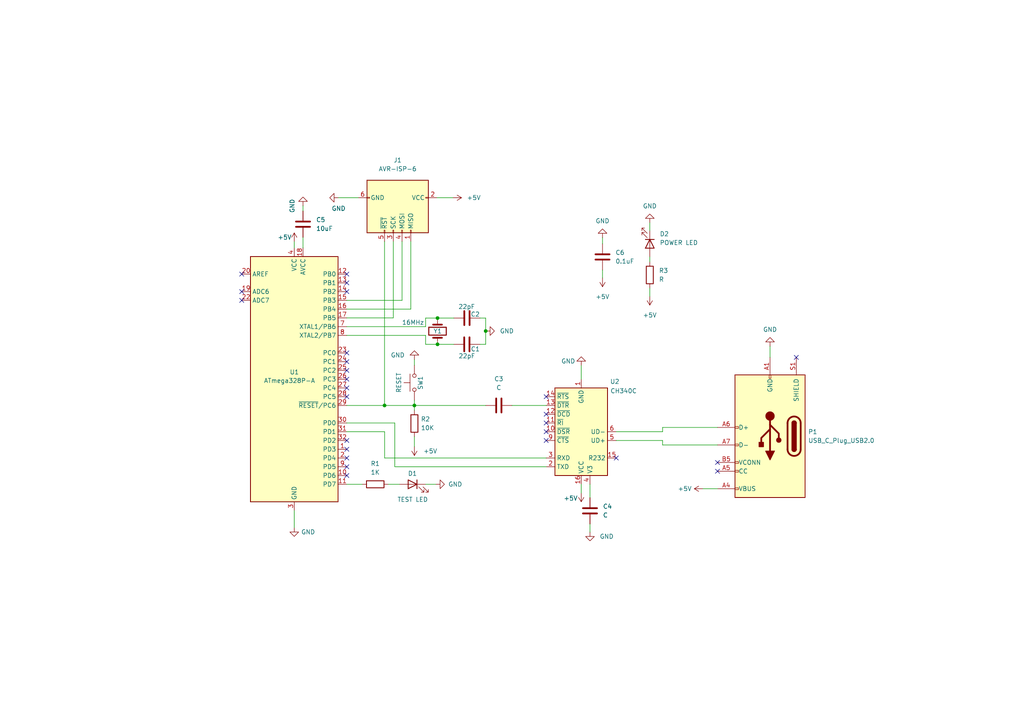
<source format=kicad_sch>
(kicad_sch (version 20211123) (generator eeschema)
  (paper "A4")
  (title_block (title "ATmega328P TQFP with CH340") (company "Nicola Strappazzon C."))
  (lib_symbols
    (symbol "Connector:AVR-ISP-6" (pin_names (offset 1.016))
      (property "Reference" "J" (at -6.35 11.43 0))
      (property "Value" "AVR-ISP-6" (at 0 11.43 0))
      (symbol "AVR-ISP-6_0_1"
        (rectangle (start -2.667 -6.858) (end -2.413 -7.62))
        (rectangle (start -2.667 10.16) (end -2.413 9.398))
        (rectangle (start 7.62 -2.413) (end 6.858 -2.667))
        (rectangle (start 7.62 0.127) (end 6.858 -0.127))
        (rectangle (start 7.62 2.667) (end 6.858 2.413))
        (rectangle (start 7.62 5.207) (end 6.858 4.953))
        (rectangle (start 7.62 10.16) (end -7.62 -7.62) (stroke (width 0.254)) (fill (type background)))
      )
      (symbol "AVR-ISP-6_1_1"
        (pin passive line (at 10.16 5.08 180) (length 2.54) (name "MISO") (number "1"))
        (pin passive line (at -2.54 12.7 270) (length 2.54) (name "VCC") (number "2"))
        (pin passive line (at 10.16 0 180) (length 2.54) (name "SCK") (number "3"))
        (pin passive line (at 10.16 2.54 180) (length 2.54) (name "MOSI") (number "4"))
        (pin passive line (at 10.16 -2.54 180) (length 2.54) (name "~{RST}") (number "5"))
        (pin passive line (at -2.54 -10.16 90) (length 2.54) (name "GND") (number "6"))
      )
    )
    (symbol "Connector:USB_C_Plug_USB2.0" (pin_names (offset 1.016))
      (property "Reference" "P" (at -10.16 19.05 0))
      (property "Value" "USB_C_Plug_USB2.0" (at 12.7 19.05 0))
      (symbol "USB_C_Plug_USB2.0_0_0"
        (rectangle (start -0.254 -17.78) (end 0.254 -16.764))
        (rectangle (start 10.16 -2.286) (end 9.144 -2.794))
        (rectangle (start 10.16 2.794) (end 9.144 2.286))
        (rectangle (start 10.16 7.874) (end 9.144 7.366))
        (rectangle (start 10.16 10.414) (end 9.144 9.906))
        (rectangle (start 10.16 15.494) (end 9.144 14.986))
      )
      (symbol "USB_C_Plug_USB2.0_0_1"
        (rectangle (start -10.16 17.78) (end 10.16 -17.78) (stroke (width 0.254)) (fill (type background)))
        (arc (start -8.89 -3.81) (mid -6.985 -5.715) (end -5.08 -3.81) (stroke (width 0.508)))
        (arc (start -7.62 -3.81) (mid -6.985 -4.445) (end -6.35 -3.81) (stroke (width 0.254)))
        (arc (start -7.62 -3.81) (mid -6.985 -4.445) (end -6.35 -3.81) (stroke (width 0.254)) (fill (type outline)))
        (rectangle (start -7.62 -3.81) (end -6.35 3.81) (stroke (width 0.254)) (fill (type outline)))
        (arc (start -6.35 3.81) (mid -6.985 4.445) (end -7.62 3.81) (stroke (width 0.254)))
        (arc (start -6.35 3.81) (mid -6.985 4.445) (end -7.62 3.81) (stroke (width 0.254)) (fill (type outline)))
        (arc (start -5.08 3.81) (mid -6.985 5.715) (end -8.89 3.81) (stroke (width 0.508)))
        (circle (center -2.54 1.143) (radius 0.635) (stroke (width 0.254)) (fill (type outline)))
        (circle (center 0 -5.842) (radius 1.27) (fill (type outline)))
        (polyline (pts (xy -8.89 -3.81) (xy -8.89 3.81)) (stroke (width 0.508)))
        (polyline (pts (xy -5.08 3.81) (xy -5.08 -3.81)) (stroke (width 0.508)))
        (polyline (pts (xy 0 -5.842) (xy 0 4.318)) (stroke (width 0.508)))
        (polyline (pts (xy 0 -3.302) (xy -2.54 -0.762) (xy -2.54 0.508)) (stroke (width 0.508)))
        (polyline (pts (xy 0 -2.032) (xy 2.54 0.508) (xy 2.54 1.778)) (stroke (width 0.508)))
        (polyline (pts (xy -1.27 4.318) (xy 0 6.858) (xy 1.27 4.318) (xy -1.27 4.318)) (stroke (width 0.254)) (fill (type outline)))
        (rectangle (start 1.905 1.778) (end 3.175 3.048) (stroke (width 0.254)) (fill (type outline)))
      )
      (symbol "USB_C_Plug_USB2.0_1_1"
        (pin passive line (at 0 -22.86 90) (length 5.08) (name "GND") (number "A1"))
        (pin passive line (at 0 -22.86 90) (length 5.08) hide (name "GND") (number "A12"))
        (pin passive line (at 15.24 15.24 180) (length 5.08) (name "VBUS") (number "A4"))
        (pin bidirectional line (at 15.24 10.16 180) (length 5.08) (name "CC") (number "A5"))
        (pin bidirectional line (at 15.24 -2.54 180) (length 5.08) (name "D+") (number "A6"))
        (pin bidirectional line (at 15.24 2.54 180) (length 5.08) (name "D-") (number "A7"))
        (pin passive line (at 15.24 15.24 180) (length 5.08) hide (name "VBUS") (number "A9"))
        (pin passive line (at 0 -22.86 90) (length 5.08) hide (name "GND") (number "B1"))
        (pin passive line (at 0 -22.86 90) (length 5.08) hide (name "GND") (number "B12"))
        (pin passive line (at 15.24 15.24 180) (length 5.08) hide (name "VBUS") (number "B4"))
        (pin bidirectional line (at 15.24 7.62 180) (length 5.08) (name "VCONN") (number "B5"))
        (pin passive line (at 15.24 15.24 180) (length 5.08) hide (name "VBUS") (number "B9"))
        (pin passive line (at -7.62 -22.86 90) (length 5.08) (name "SHIELD") (number "S1"))
      )
    )
    (symbol "Device:C" (pin_numbers hide) (pin_names (offset 0.254))
      (property "Reference" "C" (at 0.635 2.54 0))
      (property "Value" "C" (at 0.635 -2.54 0))
      (symbol "C_0_1"
        (polyline (pts (xy -2.032 -0.762) (xy 2.032 -0.762)) (stroke (width 0.508)))
        (polyline (pts (xy -2.032 0.762) (xy 2.032 0.762)) (stroke (width 0.508)))
      )
      (symbol "C_1_1"
        (pin passive line (at 0 3.81 270) (length 2.794) (name "~") (number "1"))
        (pin passive line (at 0 -3.81 90) (length 2.794) (name "~") (number "2"))
      )
    )
    (symbol "Device:Crystal" (pin_numbers hide) (pin_names (offset 1.016) hide)
      (property "Reference" "Y" (at 0 3.81 0))
      (property "Value" "Crystal" (at 0 -3.81 0))
      (symbol "Crystal_0_1"
        (rectangle (start -1.143 2.54) (end 1.143 -2.54) (stroke (width 0.3048)))
        (polyline (pts (xy -2.54 0) (xy -1.905 0)))
        (polyline (pts (xy -1.905 -1.27) (xy -1.905 1.27)) (stroke (width 0.508)))
        (polyline (pts (xy 1.905 -1.27) (xy 1.905 1.27)) (stroke (width 0.508)))
        (polyline (pts (xy 2.54 0) (xy 1.905 0)))
      )
      (symbol "Crystal_1_1"
        (pin passive line (at -3.81 0 0) (length 1.27) (name "1") (number "1"))
        (pin passive line (at 3.81 0 180) (length 1.27) (name "2") (number "2"))
      )
    )
    (symbol "Device:LED" (pin_numbers hide) (pin_names (offset 1.016) hide)
      (property "Reference" "D" (at 0 2.54 0))
      (property "Value" "LED" (at 0 -2.54 0))
      (symbol "LED_0_1"
        (polyline (pts (xy -1.27 -1.27) (xy -1.27 1.27)) (stroke (width 0.254)))
        (polyline (pts (xy -1.27 0) (xy 1.27 0)))
        (polyline (pts (xy 1.27 -1.27) (xy 1.27 1.27) (xy -1.27 0) (xy 1.27 -1.27)) (stroke (width 0.254)))
        (polyline (pts (xy -3.048 -0.762) (xy -4.572 -2.286) (xy -3.81 -2.286) (xy -4.572 -2.286) (xy -4.572 -1.524)))
        (polyline (pts (xy -1.778 -0.762) (xy -3.302 -2.286) (xy -2.54 -2.286) (xy -3.302 -2.286) (xy -3.302 -1.524)))
      )
      (symbol "LED_1_1"
        (pin passive line (at -3.81 0 0) (length 2.54) (name "K") (number "1"))
        (pin passive line (at 3.81 0 180) (length 2.54) (name "A") (number "2"))
      )
    )
    (symbol "Device:R" (pin_numbers hide) (pin_names (offset 0))
      (property "Reference" "R" (at 2.032 0 90))
      (property "Value" "R" (at 0 0 90))
      (symbol "R_0_1"
        (rectangle (start -1.016 -2.54) (end 1.016 2.54) (stroke (width 0.254)))
      )
      (symbol "R_1_1"
        (pin passive line (at 0 3.81 270) (length 1.27) (name "~") (number "1"))
        (pin passive line (at 0 -3.81 90) (length 1.27) (name "~") (number "2"))
      )
    )
    (symbol "Interface_USB:CH340C"
      (property "Reference" "U" (at -5.08 13.97 0))
      (property "Value" "CH340C" (at 1.27 13.97 0))
      (symbol "CH340C_0_1"
        (rectangle (start -7.62 12.7) (end 7.62 -12.7) (stroke (width 0.254)) (fill (type background)))
      )
      (symbol "CH340C_1_1"
        (pin power_in line (at 0 -15.24 90) (length 2.54) (name "GND") (number "1"))
        (pin input line (at 10.16 0 180) (length 2.54) (name "~{DSR}") (number "10"))
        (pin input line (at 10.16 -2.54 180) (length 2.54) (name "~{RI}") (number "11"))
        (pin input line (at 10.16 -5.08 180) (length 2.54) (name "~{DCD}") (number "12"))
        (pin output line (at 10.16 -7.62 180) (length 2.54) (name "~{DTR}") (number "13"))
        (pin output line (at 10.16 -10.16 180) (length 2.54) (name "~{RTS}") (number "14"))
        (pin input line (at -10.16 7.62 0) (length 2.54) (name "R232") (number "15"))
        (pin power_in line (at 0 15.24 270) (length 2.54) (name "VCC") (number "16"))
        (pin output line (at 10.16 10.16 180) (length 2.54) (name "TXD") (number "2"))
        (pin input line (at 10.16 7.62 180) (length 2.54) (name "RXD") (number "3"))
        (pin passive line (at -2.54 15.24 270) (length 2.54) (name "V3") (number "4"))
        (pin bidirectional line (at -10.16 2.54 0) (length 2.54) (name "UD+") (number "5"))
        (pin bidirectional line (at -10.16 0 0) (length 2.54) (name "UD-") (number "6"))
        (pin no_connect line (at -7.62 -7.62 0) (length 2.54) hide (name "NC") (number "7"))
        (pin no_connect line (at -7.62 -10.16 0) (length 2.54) hide (name "NC") (number "8"))
        (pin input line (at 10.16 2.54 180) (length 2.54) (name "~{CTS}") (number "9"))
      )
    )
    (symbol "MCU_Microchip_ATmega:ATmega328P-A"
      (property "Reference" "U" (at -12.7 36.83 0))
      (property "Value" "ATmega328P-A" (at 2.54 -36.83 0))
      (symbol "ATmega328P-A_0_1"
        (rectangle (start -12.7 -35.56) (end 12.7 35.56) (stroke (width 0.254)) (fill (type background)))
      )
      (symbol "ATmega328P-A_1_1"
        (pin bidirectional line (at 15.24 -20.32 180) (length 2.54) (name "PD3") (number "1"))
        (pin bidirectional line (at 15.24 -27.94 180) (length 2.54) (name "PD6") (number "10"))
        (pin bidirectional line (at 15.24 -30.48 180) (length 2.54) (name "PD7") (number "11"))
        (pin bidirectional line (at 15.24 30.48 180) (length 2.54) (name "PB0") (number "12"))
        (pin bidirectional line (at 15.24 27.94 180) (length 2.54) (name "PB1") (number "13"))
        (pin bidirectional line (at 15.24 25.4 180) (length 2.54) (name "PB2") (number "14"))
        (pin bidirectional line (at 15.24 22.86 180) (length 2.54) (name "PB3") (number "15"))
        (pin bidirectional line (at 15.24 20.32 180) (length 2.54) (name "PB4") (number "16"))
        (pin bidirectional line (at 15.24 17.78 180) (length 2.54) (name "PB5") (number "17"))
        (pin power_in line (at 2.54 38.1 270) (length 2.54) (name "AVCC") (number "18"))
        (pin input line (at -15.24 25.4 0) (length 2.54) (name "ADC6") (number "19"))
        (pin bidirectional line (at 15.24 -22.86 180) (length 2.54) (name "PD4") (number "2"))
        (pin passive line (at -15.24 30.48 0) (length 2.54) (name "AREF") (number "20"))
        (pin passive line (at 0 -38.1 90) (length 2.54) hide (name "GND") (number "21"))
        (pin input line (at -15.24 22.86 0) (length 2.54) (name "ADC7") (number "22"))
        (pin bidirectional line (at 15.24 7.62 180) (length 2.54) (name "PC0") (number "23"))
        (pin bidirectional line (at 15.24 5.08 180) (length 2.54) (name "PC1") (number "24"))
        (pin bidirectional line (at 15.24 2.54 180) (length 2.54) (name "PC2") (number "25"))
        (pin bidirectional line (at 15.24 0 180) (length 2.54) (name "PC3") (number "26"))
        (pin bidirectional line (at 15.24 -2.54 180) (length 2.54) (name "PC4") (number "27"))
        (pin bidirectional line (at 15.24 -5.08 180) (length 2.54) (name "PC5") (number "28"))
        (pin bidirectional line (at 15.24 -7.62 180) (length 2.54) (name "~{RESET}/PC6") (number "29"))
        (pin power_in line (at 0 -38.1 90) (length 2.54) (name "GND") (number "3"))
        (pin bidirectional line (at 15.24 -12.7 180) (length 2.54) (name "PD0") (number "30"))
        (pin bidirectional line (at 15.24 -15.24 180) (length 2.54) (name "PD1") (number "31"))
        (pin bidirectional line (at 15.24 -17.78 180) (length 2.54) (name "PD2") (number "32"))
        (pin power_in line (at 0 38.1 270) (length 2.54) (name "VCC") (number "4"))
        (pin passive line (at 0 -38.1 90) (length 2.54) hide (name "GND") (number "5"))
        (pin passive line (at 0 38.1 270) (length 2.54) hide (name "VCC") (number "6"))
        (pin bidirectional line (at 15.24 15.24 180) (length 2.54) (name "XTAL1/PB6") (number "7"))
        (pin bidirectional line (at 15.24 12.7 180) (length 2.54) (name "XTAL2/PB7") (number "8"))
        (pin bidirectional line (at 15.24 -25.4 180) (length 2.54) (name "PD5") (number "9"))
      )
    )
    (symbol "Switch:SW_Push" (pin_numbers hide) (pin_names (offset 1.016) hide)
      (property "Reference" "SW" (at 1.27 2.54 0))
      (property "Value" "SW_Push" (at 0 -1.524 0))
      (symbol "SW_Push_0_1"
        (circle (center -2.032 0) (radius 0.508))
        (polyline (pts (xy 0 1.27) (xy 0 3.048)))
        (polyline (pts (xy 2.54 1.27) (xy -2.54 1.27)))
        (circle (center 2.032 0) (radius 0.508))
        (pin passive line (at -5.08 0 0) (length 2.54) (name "1") (number "1"))
        (pin passive line (at 5.08 0 180) (length 2.54) (name "2") (number "2"))
      )
    )
    (symbol "power:+5V" (power) (pin_names (offset 0))
      (property "Value" "+5V" (at 0 3.556 0))
      (symbol "+5V_0_1"
        (polyline (pts (xy -0.762 1.27) (xy 0 2.54)))
        (polyline (pts (xy 0 0) (xy 0 2.54)))
        (polyline (pts (xy 0 2.54) (xy 0.762 1.27)))
      )
      (symbol "+5V_1_1"
        (pin power_in line (at 0 0 90) (length 0) hide (name "+5V") (number "1"))
      )
    )
    (symbol "power:GND" (power) (pin_names (offset 0))
      (property "Value" "GND" (at 0 -3.81 0))
      (symbol "GND_0_1"
        (polyline (pts (xy 0 0) (xy 0 -1.27) (xy 1.27 -1.27) (xy 0 -2.54) (xy -1.27 -1.27) (xy 0 -1.27)))
      )
      (symbol "GND_1_1"
        (pin power_in line (at 0 0 270) (length 0) hide (name "GND") (number "1"))
      )
    )
  )
  (junction (at 120.1928 117.602))
  (junction (at 140.8684 96.012))
  (junction (at 126.8984 99.8728))
  (junction (at 111.5314 117.602))
  (junction (at 126.8984 92.2528))
  (no_connect (at 158.4198 122.682))
  (no_connect (at 158.4198 125.222))
  (no_connect (at 100.584 102.362))
  (no_connect (at 158.4198 120.142))
  (no_connect (at 100.584 107.442))
  (no_connect (at 70.104 79.502))
  (no_connect (at 100.584 137.922))
  (no_connect (at 100.584 82.042))
  (no_connect (at 178.7398 132.842))
  (no_connect (at 70.104 87.122))
  (no_connect (at 208.1022 136.6774))
  (no_connect (at 100.584 127.762))
  (no_connect (at 230.9622 103.6574))
  (no_connect (at 100.584 112.522))
  (no_connect (at 100.584 130.302))
  (no_connect (at 158.4198 127.762))
  (no_connect (at 100.584 109.982))
  (no_connect (at 100.584 79.502))
  (no_connect (at 100.584 115.062))
  (no_connect (at 100.584 84.582))
  (no_connect (at 100.584 132.842))
  (no_connect (at 100.584 135.382))
  (no_connect (at 70.104 84.582))
  (no_connect (at 158.4198 115.062))
  (no_connect (at 100.584 104.902))
  (no_connect (at 208.1022 134.1374))
  (wire (pts (xy 119.1514 70.0532) (xy 119.1514 89.662)))
  (wire (pts (xy 192.1764 125.222) (xy 192.1764 123.9774)))
  (wire (pts (xy 116.6114 70.0532) (xy 116.6114 87.122)))
  (wire (pts (xy 148.4884 117.602) (xy 158.4198 117.602)))
  (wire (pts (xy 123.444 99.8728) (xy 126.8984 99.8728)))
  (wire (pts (xy 100.584 97.282) (xy 123.444 97.282)))
  (wire (pts (xy 100.584 122.682) (xy 114.5032 122.682)))
  (wire (pts (xy 100.584 140.462) (xy 105.029 140.462)))
  (wire (pts (xy 111.5314 117.602) (xy 100.584 117.602)))
  (wire (pts (xy 123.444 97.282) (xy 123.444 99.8728)))
  (wire (pts (xy 100.584 94.742) (xy 123.444 94.742)))
  (wire (pts (xy 111.5314 117.602) (xy 120.1928 117.602)))
  (wire (pts (xy 123.4694 140.462) (xy 126.365 140.462)))
  (wire (pts (xy 171.1198 140.462) (xy 171.1198 144.3482)))
  (wire (pts (xy 126.8984 92.2528) (xy 131.6228 92.2528)))
  (wire (pts (xy 111.5568 125.222) (xy 100.584 125.222)))
  (wire (pts (xy 140.8684 96.012) (xy 140.8684 99.8728)))
  (wire (pts (xy 192.1764 127.762) (xy 192.1764 129.0574)))
  (wire (pts (xy 178.7398 125.222) (xy 192.1764 125.222)))
  (wire (pts (xy 192.1764 123.9774) (xy 208.1022 123.9774)))
  (wire (pts (xy 114.5032 135.382) (xy 114.5032 122.682)))
  (wire (pts (xy 87.884 59.69) (xy 87.884 61.214)))
  (wire (pts (xy 114.0714 92.202) (xy 100.584 92.202)))
  (wire (pts (xy 112.649 140.462) (xy 115.8494 140.462)))
  (wire (pts (xy 158.4198 135.382) (xy 114.5032 135.382)))
  (wire (pts (xy 188.468 64.6176) (xy 188.468 66.9036)))
  (wire (pts (xy 203.9112 141.7574) (xy 208.1022 141.7574)))
  (wire (pts (xy 168.5798 106.0196) (xy 168.5798 109.982)))
  (wire (pts (xy 178.7398 127.762) (xy 192.1764 127.762)))
  (wire (pts (xy 192.1764 129.0574) (xy 208.1022 129.0574)))
  (wire (pts (xy 116.6114 87.122) (xy 100.584 87.122)))
  (wire (pts (xy 158.4198 132.842) (xy 111.5568 132.842)))
  (wire (pts (xy 87.884 68.834) (xy 87.884 71.882)))
  (wire (pts (xy 123.444 92.2528) (xy 126.8984 92.2528)))
  (wire (pts (xy 120.1928 117.602) (xy 120.1928 119.0244)))
  (wire (pts (xy 140.8684 99.8728) (xy 139.2174 99.8728)))
  (wire (pts (xy 120.1928 126.6444) (xy 120.1928 129.5654)))
  (wire (pts (xy 119.1514 89.662) (xy 100.584 89.662)))
  (wire (pts (xy 85.344 70.104) (xy 85.344 71.882)))
  (wire (pts (xy 123.444 94.742) (xy 123.444 92.2528)))
  (wire (pts (xy 171.1198 151.9682) (xy 171.1198 154.3304)))
  (wire (pts (xy 168.5798 140.462) (xy 168.5798 143.002)))
  (wire (pts (xy 223.3422 100.4316) (xy 223.3422 103.6574)))
  (wire (pts (xy 140.8684 92.2528) (xy 140.8684 96.012)))
  (wire (pts (xy 111.5568 132.842) (xy 111.5568 125.222)))
  (wire (pts (xy 98.171 57.3532) (xy 103.9114 57.3532)))
  (wire (pts (xy 85.344 148.082) (xy 85.344 153.035)))
  (wire (pts (xy 120.1928 116.078) (xy 120.1928 117.602)))
  (wire (pts (xy 188.468 83.566) (xy 188.468 85.9536)))
  (wire (pts (xy 114.0714 70.0532) (xy 114.0714 92.202)))
  (wire (pts (xy 188.468 74.5236) (xy 188.468 75.946)))
  (wire (pts (xy 139.2428 92.2528) (xy 140.8684 92.2528)))
  (wire (pts (xy 111.5314 70.0532) (xy 111.5314 117.602)))
  (wire (pts (xy 174.752 78.3336) (xy 174.752 80.6196)))
  (wire (pts (xy 120.1928 117.602) (xy 140.8684 117.602)))
  (wire (pts (xy 120.1928 105.918) (xy 120.1928 104.267)))
  (wire (pts (xy 126.7714 57.3532) (xy 131.318 57.3532)))
  (wire (pts (xy 126.8984 99.8728) (xy 131.5974 99.8728)))
  (wire (pts (xy 174.752 68.9356) (xy 174.752 70.7136)))
  (symbol (lib_id "Device:LED") (at 119.6594 140.462 0) (mirror y) (unit 1)
    (property "Reference" "D1" (at 119.634 137.3378 0))
    (property "Value" "TEST LED" (at 119.6848 144.8816 0))
  )
  (symbol (lib_id "power:GND") (at 120.1928 104.267 180) (unit 1)
    (property "Reference" "#PWR04" (effects hide))
    (property "Value" "GND" (at 117.3988 102.9971 0) (effects (justify left)))
  )
  (symbol (lib_id "power:GND") (at 171.1198 154.3304 0) (unit 1)
    (property "Reference" "#PWR012" (effects hide))
    (property "Value" "GND" (at 173.9138 155.6003 0) (effects (justify left)))
  )
  (symbol (lib_id "MCU_Microchip_ATmega:ATmega328P-A") (at 85.344 109.982 0) (unit 1)
    (property "Reference" "U1" (at 83.9978 107.9246 0) (effects (justify left)))
    (property "Value" "ATmega328P-A" (at 76.5048 110.4138 0) (effects (justify left)))
    (property "Footprint" "Package_QFP:TQFP-32_7x7mm_P0.8mm" (effects hide))
    (property "Datasheet" "http://ww1.microchip.com/downloads/en/DeviceDoc/ATmega328_P%20AVR%20MCU%20with%20picoPower%20Technology%20Data%20Sheet%2040001984A.pdf" (effects hide))
  )
  (symbol (lib_id "power:GND") (at 140.8684 96.012 90) (unit 1)
    (property "Reference" "#PWR08" (effects hide))
    (property "Value" "GND" (at 144.9578 96.0119 90) (effects (justify right)))
  )
  (symbol (lib_id "power:+5V") (at 203.9112 141.7574 90) (unit 1)
    (property "Reference" "#PWR013" (effects hide))
    (property "Value" "+5V" (at 200.66 141.7573 90) (effects (justify left)))
  )
  (symbol (lib_id "Device:C") (at 144.6784 117.602 90) (unit 1)
    (property "Reference" "C3" (at 144.6784 109.9058 90))
    (property "Value" "C" (at 144.6784 112.4458 90))
  )
  (symbol (lib_id "power:GND") (at 98.171 57.3532 270) (unit 1)
    (property "Reference" "#PWR03" (effects hide))
    (property "Value" "GND" (at 96.1644 60.4774 90) (effects (justify left)))
  )
  (symbol (lib_id "power:+5V") (at 188.468 85.9536 180) (unit 1)
    (property "Reference" "#PWR018" (effects hide))
    (property "Value" "+5V" (at 188.468 91.4146 0))
  )
  (symbol (lib_id "Device:R") (at 120.1928 122.8344 0) (unit 1)
    (property "Reference" "R2" (at 122.047 121.5643 0) (effects (justify left)))
    (property "Value" "10K" (at 122.047 124.1043 0) (effects (justify left)))
  )
  (symbol (lib_id "power:GND") (at 223.3422 100.4316 180) (unit 1)
    (property "Reference" "#PWR014" (effects hide))
    (property "Value" "GND" (at 223.3422 95.5802 0))
  )
  (symbol (lib_id "Switch:SW_Push") (at 120.1928 110.998 90) (unit 1)
    (property "Reference" "SW1" (at 121.9454 111.0488 0))
    (property "Value" "RESET" (at 115.6716 110.9726 0))
  )
  (symbol (lib_id "Device:C") (at 135.4074 99.8728 270) (unit 1)
    (property "Reference" "C1" (at 137.8712 101.2444 90))
    (property "Value" "22pF" (at 135.4074 103.251 90))
  )
  (symbol (lib_id "Device:C") (at 87.884 65.024 180) (unit 1)
    (property "Reference" "C5" (at 91.6686 63.7539 0) (effects (justify right)))
    (property "Value" "10uF" (at 91.6686 66.2939 0) (effects (justify right)))
  )
  (symbol (lib_id "power:GND") (at 168.5798 106.0196 180) (unit 1)
    (property "Reference" "#PWR010" (effects hide))
    (property "Value" "GND" (at 162.7632 104.7496 0) (effects (justify right)))
  )
  (symbol (lib_id "Connector:USB_C_Plug_USB2.0") (at 223.3422 126.5174 180) (unit 1)
    (property "Reference" "P1" (at 234.3912 125.2473 0) (effects (justify right)))
    (property "Value" "USB_C_Plug_USB2.0" (at 234.3912 127.7873 0) (effects (justify right)))
    (property "Datasheet" "https://www.usb.org/sites/default/files/documents/usb_type-c.zip" (effects hide))
  )
  (symbol (lib_id "power:GND") (at 87.884 59.69 180) (unit 1)
    (property "Reference" "#PWR016" (effects hide))
    (property "Value" "GND" (at 84.7598 57.6834 90) (effects (justify left)))
  )
  (symbol (lib_id "power:+5V") (at 174.752 80.6196 180) (unit 1)
    (property "Reference" "#PWR09" (effects hide))
    (property "Value" "+5V" (at 174.752 86.0806 0))
  )
  (symbol (lib_id "power:+5V") (at 168.5798 143.002 180) (unit 1)
    (property "Reference" "#PWR011" (effects hide))
    (property "Value" "+5V" (at 163.4744 144.526 0) (effects (justify right)))
  )
  (symbol (lib_id "Device:C") (at 135.4328 92.2528 90) (unit 1)
    (property "Reference" "C2" (at 137.8458 91.1606 90))
    (property "Value" "22pF" (at 135.3566 88.9508 90))
  )
  (symbol (lib_id "power:+5V") (at 120.1928 129.5654 180) (unit 1)
    (property "Reference" "#PWR05" (effects hide))
    (property "Value" "+5V" (at 122.7582 130.8353 0) (effects (justify right)))
  )
  (symbol (lib_id "Device:C") (at 174.752 74.5236 180) (unit 1)
    (property "Reference" "C6" (at 178.4858 73.2535 0) (effects (justify right)))
    (property "Value" "0.1uF" (at 178.4858 75.7935 0) (effects (justify right)))
  )
  (symbol (lib_id "Device:LED") (at 188.468 70.7136 270) (unit 1)
    (property "Reference" "D2" (at 191.3382 67.856 90) (effects (justify left)))
    (property "Value" "POWER LED" (at 191.3382 70.396 90) (effects (justify left)))
  )
  (symbol (lib_id "Device:R") (at 188.468 79.756 180) (unit 1)
    (property "Reference" "R3" (at 191.1096 78.4859 0) (effects (justify right)))
    (property "Value" "R" (at 191.1096 81.0259 0) (effects (justify right)))
  )
  (symbol (lib_id "Interface_USB:CH340C") (at 168.5798 125.222 180) (unit 1)
    (property "Reference" "U2" (at 176.9364 110.6678 0) (effects (justify right)))
    (property "Value" "CH340C" (at 177.0126 113.3856 0) (effects (justify right)))
    (property "Footprint" "Package_SO:SOIC-16_3.9x9.9mm_P1.27mm" (effects hide))
    (property "Datasheet" "https://datasheet.lcsc.com/szlcsc/Jiangsu-Qin-Heng-CH340C_C84681.pdf" (effects hide))
  )
  (symbol (lib_id "power:+5V") (at 85.344 70.104 0) (unit 1)
    (property "Reference" "#PWR02" (effects hide))
    (property "Value" "+5V" (at 80.518 68.834 0) (effects (justify left)))
  )
  (symbol (lib_id "Device:C") (at 171.1198 148.1582 180) (unit 1)
    (property "Reference" "C4" (at 174.8536 146.8881 0) (effects (justify right)))
    (property "Value" "C" (at 174.8536 149.4281 0) (effects (justify right)))
  )
  (symbol (lib_id "Device:R") (at 108.839 140.462 90) (unit 1)
    (property "Reference" "R1" (at 108.839 134.4676 90))
    (property "Value" "1K" (at 108.839 137.0076 90))
  )
  (symbol (lib_id "Connector:AVR-ISP-6") (at 114.0714 59.8932 270) (unit 1)
    (property "Reference" "J1" (at 115.3414 46.4566 90))
    (property "Value" "AVR-ISP-6" (at 115.3414 48.9966 90))
    (property "Datasheet" " ~" (effects hide))
  )
  (symbol (lib_id "power:GND") (at 174.752 68.9356 180) (unit 1)
    (property "Reference" "#PWR015" (effects hide))
    (property "Value" "GND" (at 174.752 64.0842 0))
  )
  (symbol (lib_id "power:GND") (at 126.365 140.462 90) (unit 1)
    (property "Reference" "#PWR06" (effects hide))
    (property "Value" "GND" (at 129.9972 140.4619 90) (effects (justify right)))
  )
  (symbol (lib_id "power:+5V") (at 131.318 57.3532 270) (unit 1)
    (property "Reference" "#PWR07" (effects hide))
    (property "Value" "+5V" (at 135.382 57.3531 90) (effects (justify left)))
  )
  (symbol (lib_id "Device:Crystal") (at 126.8984 96.0628 90) (unit 1)
    (property "Reference" "Y1" (at 125.6792 96.0628 90) (effects (justify right)))
    (property "Value" "16MHz" (at 116.5606 93.5228 90) (effects (justify right)))
  )
  (symbol (lib_id "power:GND") (at 85.344 153.035 0) (unit 1)
    (property "Reference" "#PWR01" (effects hide))
    (property "Value" "GND" (at 87.3252 154.3049 0) (effects (justify left)))
  )
  (symbol (lib_id "power:GND") (at 188.468 64.6176 180) (unit 1)
    (property "Reference" "#PWR017" (effects hide))
    (property "Value" "GND" (at 188.468 59.7662 0))
  )
)
</source>
